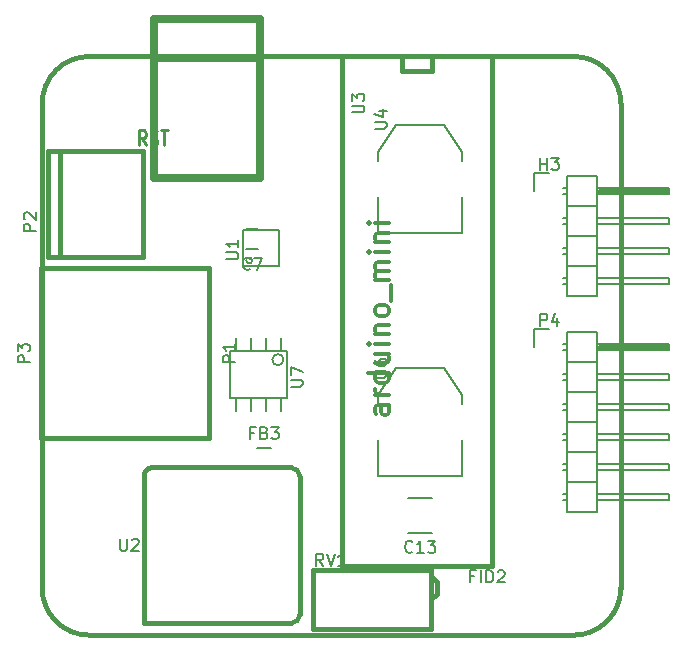
<source format=gto>
G04 #@! TF.FileFunction,Legend,Top*
%FSLAX46Y46*%
G04 Gerber Fmt 4.6, Leading zero omitted, Abs format (unit mm)*
G04 Created by KiCad (PCBNEW 4.0.1-stable) date 2/26/2016 9:50:35 PM*
%MOMM*%
G01*
G04 APERTURE LIST*
%ADD10C,0.150000*%
%ADD11C,0.381000*%
%ADD12C,0.254000*%
%ADD13C,0.203200*%
%ADD14C,0.127000*%
%ADD15C,0.650000*%
%ADD16C,0.304800*%
G04 APERTURE END LIST*
D10*
D11*
X0Y-45000000D02*
X0Y-4000000D01*
X45000000Y-49000000D02*
X4000000Y-49000000D01*
X49000000Y-4000000D02*
X49000000Y-45000000D01*
X4000000Y0D02*
X45000000Y0D01*
X0Y-45000000D02*
G75*
G03X4000000Y-49000000I4000000J0D01*
G01*
X45000000Y-49000000D02*
G75*
G03X49000000Y-45000000I0J4000000D01*
G01*
X49000000Y-4000000D02*
G75*
G03X45000000Y0I-4000000J0D01*
G01*
X4000000Y0D02*
G75*
G03X0Y-4000000I0J-4000000D01*
G01*
D12*
X8790819Y-7534124D02*
X8452153Y-6929362D01*
X8210248Y-7534124D02*
X8210248Y-6264124D01*
X8597295Y-6264124D01*
X8694057Y-6324600D01*
X8742438Y-6385076D01*
X8790819Y-6506029D01*
X8790819Y-6687457D01*
X8742438Y-6808410D01*
X8694057Y-6868886D01*
X8597295Y-6929362D01*
X8210248Y-6929362D01*
X9177867Y-7473648D02*
X9323010Y-7534124D01*
X9564914Y-7534124D01*
X9661676Y-7473648D01*
X9710057Y-7413171D01*
X9758438Y-7292219D01*
X9758438Y-7171267D01*
X9710057Y-7050314D01*
X9661676Y-6989838D01*
X9564914Y-6929362D01*
X9371391Y-6868886D01*
X9274629Y-6808410D01*
X9226248Y-6747933D01*
X9177867Y-6626981D01*
X9177867Y-6506029D01*
X9226248Y-6385076D01*
X9274629Y-6324600D01*
X9371391Y-6264124D01*
X9613295Y-6264124D01*
X9758438Y-6324600D01*
X10048724Y-6264124D02*
X10629295Y-6264124D01*
X10339010Y-7534124D02*
X10339010Y-6264124D01*
D11*
X38100000Y0D02*
X38100000Y-43180000D01*
X38100000Y-43180000D02*
X25400000Y-43180000D01*
X25400000Y-43180000D02*
X25400000Y0D01*
X25400000Y0D02*
X38100000Y0D01*
X30480000Y0D02*
X30480000Y-1270000D01*
X30480000Y-1270000D02*
X33020000Y-1270000D01*
X33020000Y-1270000D02*
X33020000Y0D01*
D13*
X28448000Y-32512000D02*
X28448000Y-35560000D01*
X28448000Y-35560000D02*
X35560000Y-35560000D01*
X35560000Y-35560000D02*
X35560000Y-32512000D01*
X28448000Y-29464000D02*
X28448000Y-28702000D01*
X28448000Y-28702000D02*
X29972000Y-26416000D01*
X29972000Y-26416000D02*
X34036000Y-26416000D01*
X34036000Y-26416000D02*
X35560000Y-28702000D01*
X35560000Y-28702000D02*
X35560000Y-29464000D01*
X28448000Y-11938000D02*
X28448000Y-14986000D01*
X28448000Y-14986000D02*
X35560000Y-14986000D01*
X35560000Y-14986000D02*
X35560000Y-11938000D01*
X28448000Y-8890000D02*
X28448000Y-8128000D01*
X28448000Y-8128000D02*
X29972000Y-5842000D01*
X29972000Y-5842000D02*
X34036000Y-5842000D01*
X34036000Y-5842000D02*
X35560000Y-8128000D01*
X35560000Y-8128000D02*
X35560000Y-8890000D01*
X17780000Y-17272000D02*
G75*
G03X17780000Y-17272000I-254000J0D01*
G01*
X20066000Y-17780000D02*
X17018000Y-17780000D01*
X17018000Y-17780000D02*
X17018000Y-14732000D01*
X17018000Y-14732000D02*
X20066000Y-14732000D01*
X20066000Y-14732000D02*
X20066000Y-17780000D01*
D11*
X21040000Y-48002000D02*
X8640000Y-48002000D01*
X8640000Y-48002000D02*
X8640000Y-35402000D01*
X21840000Y-35602000D02*
X21840000Y-47202000D01*
X9640000Y-34802000D02*
X21040000Y-34802000D01*
X21040000Y-48002000D02*
G75*
G03X21840000Y-47202000I0J800000D01*
G01*
X21840000Y-35602000D02*
G75*
G03X21040000Y-34802000I-800000J0D01*
G01*
X9640000Y-34802000D02*
G75*
G03X8640000Y-35402000I-200000J-800000D01*
G01*
X32940000Y-43974000D02*
X33440000Y-44474000D01*
X33440000Y-44474000D02*
X33440000Y-45474000D01*
X33440000Y-45474000D02*
X32940000Y-45974000D01*
X32940000Y-48474000D02*
X22940000Y-48474000D01*
X22940000Y-48474000D02*
X22940000Y-43974000D01*
X22940000Y-43974000D02*
X22940000Y-43474000D01*
X22940000Y-43474000D02*
X32940000Y-43474000D01*
X32940000Y-43474000D02*
X32940000Y-48474000D01*
D14*
X20701000Y-28905200D02*
X20701000Y-24942800D01*
X20701000Y-24942800D02*
X15875000Y-24942800D01*
X15875000Y-24942800D02*
X15875000Y-28905200D01*
X15875000Y-28905200D02*
X20701000Y-28905200D01*
X20193000Y-28905200D02*
X20193000Y-29997400D01*
X18923000Y-28905200D02*
X18923000Y-29997400D01*
X17653000Y-28905200D02*
X17653000Y-29997400D01*
X16383000Y-29997400D02*
X16383000Y-28905200D01*
X16383000Y-24942800D02*
X16383000Y-23850600D01*
X17653000Y-23850600D02*
X17653000Y-24942800D01*
X18923000Y-23850600D02*
X18923000Y-24942800D01*
X20193000Y-23850600D02*
X20193000Y-24942800D01*
X20436867Y-25679400D02*
G75*
G03X20436867Y-25679400I-472467J0D01*
G01*
D10*
X17280000Y-16344000D02*
X18280000Y-16344000D01*
X18280000Y-14644000D02*
X17280000Y-14644000D01*
X31004000Y-40337000D02*
X33004000Y-40337000D01*
X33004000Y-37387000D02*
X31004000Y-37387000D01*
X19396000Y-34911000D02*
X18196000Y-34911000D01*
X18196000Y-33161000D02*
X19396000Y-33161000D01*
X41626000Y-9880000D02*
X41626000Y-11430000D01*
X42926000Y-9880000D02*
X41626000Y-9880000D01*
X47117000Y-11303000D02*
X52959000Y-11303000D01*
X52959000Y-11303000D02*
X52959000Y-11557000D01*
X52959000Y-11557000D02*
X47117000Y-11557000D01*
X47117000Y-11557000D02*
X47117000Y-11430000D01*
X47117000Y-11430000D02*
X52959000Y-11430000D01*
X44450000Y-11176000D02*
X44069000Y-11176000D01*
X44450000Y-11684000D02*
X44069000Y-11684000D01*
X44450000Y-13716000D02*
X44069000Y-13716000D01*
X44450000Y-14224000D02*
X44069000Y-14224000D01*
X44450000Y-16256000D02*
X44069000Y-16256000D01*
X44450000Y-16764000D02*
X44069000Y-16764000D01*
X44450000Y-19304000D02*
X44069000Y-19304000D01*
X44450000Y-18796000D02*
X44069000Y-18796000D01*
X44450000Y-10160000D02*
X46990000Y-10160000D01*
X44450000Y-12700000D02*
X46990000Y-12700000D01*
X44450000Y-12700000D02*
X44450000Y-15240000D01*
X44450000Y-15240000D02*
X46990000Y-15240000D01*
X46990000Y-13716000D02*
X53086000Y-13716000D01*
X53086000Y-13716000D02*
X53086000Y-14224000D01*
X53086000Y-14224000D02*
X46990000Y-14224000D01*
X46990000Y-15240000D02*
X46990000Y-12700000D01*
X46990000Y-12700000D02*
X46990000Y-10160000D01*
X53086000Y-11684000D02*
X46990000Y-11684000D01*
X53086000Y-11176000D02*
X53086000Y-11684000D01*
X46990000Y-11176000D02*
X53086000Y-11176000D01*
X44450000Y-12700000D02*
X46990000Y-12700000D01*
X44450000Y-10160000D02*
X44450000Y-12700000D01*
X44450000Y-17780000D02*
X46990000Y-17780000D01*
X44450000Y-17780000D02*
X44450000Y-20320000D01*
X44450000Y-20320000D02*
X46990000Y-20320000D01*
X46990000Y-18796000D02*
X53086000Y-18796000D01*
X53086000Y-18796000D02*
X53086000Y-19304000D01*
X53086000Y-19304000D02*
X46990000Y-19304000D01*
X46990000Y-20320000D02*
X46990000Y-17780000D01*
X46990000Y-17780000D02*
X46990000Y-15240000D01*
X53086000Y-16764000D02*
X46990000Y-16764000D01*
X53086000Y-16256000D02*
X53086000Y-16764000D01*
X46990000Y-16256000D02*
X53086000Y-16256000D01*
X44450000Y-17780000D02*
X46990000Y-17780000D01*
X44450000Y-15240000D02*
X44450000Y-17780000D01*
X44450000Y-15240000D02*
X46990000Y-15240000D01*
D15*
X9470000Y-118000D02*
X18470000Y-118000D01*
X18470000Y3182000D02*
X9470000Y3182000D01*
X18470000Y3182000D02*
X18470000Y-10318000D01*
X18470000Y-10318000D02*
X9470000Y-10318000D01*
X9470000Y3182000D02*
X9470000Y-10318000D01*
D10*
X41626000Y-23088000D02*
X41626000Y-24638000D01*
X42926000Y-23088000D02*
X41626000Y-23088000D01*
X47117000Y-24511000D02*
X52959000Y-24511000D01*
X52959000Y-24511000D02*
X52959000Y-24765000D01*
X52959000Y-24765000D02*
X47117000Y-24765000D01*
X47117000Y-24765000D02*
X47117000Y-24638000D01*
X47117000Y-24638000D02*
X52959000Y-24638000D01*
X44450000Y-24384000D02*
X44069000Y-24384000D01*
X44450000Y-24892000D02*
X44069000Y-24892000D01*
X44450000Y-26924000D02*
X44069000Y-26924000D01*
X44450000Y-27432000D02*
X44069000Y-27432000D01*
X44450000Y-29464000D02*
X44069000Y-29464000D01*
X44450000Y-29972000D02*
X44069000Y-29972000D01*
X44450000Y-37592000D02*
X44069000Y-37592000D01*
X44450000Y-37084000D02*
X44069000Y-37084000D01*
X44450000Y-35052000D02*
X44069000Y-35052000D01*
X44450000Y-34544000D02*
X44069000Y-34544000D01*
X44450000Y-32512000D02*
X44069000Y-32512000D01*
X44450000Y-32004000D02*
X44069000Y-32004000D01*
X44450000Y-23368000D02*
X46990000Y-23368000D01*
X44450000Y-25908000D02*
X46990000Y-25908000D01*
X44450000Y-25908000D02*
X44450000Y-28448000D01*
X44450000Y-28448000D02*
X46990000Y-28448000D01*
X46990000Y-26924000D02*
X53086000Y-26924000D01*
X53086000Y-26924000D02*
X53086000Y-27432000D01*
X53086000Y-27432000D02*
X46990000Y-27432000D01*
X46990000Y-28448000D02*
X46990000Y-25908000D01*
X46990000Y-25908000D02*
X46990000Y-23368000D01*
X53086000Y-24892000D02*
X46990000Y-24892000D01*
X53086000Y-24384000D02*
X53086000Y-24892000D01*
X46990000Y-24384000D02*
X53086000Y-24384000D01*
X44450000Y-25908000D02*
X46990000Y-25908000D01*
X44450000Y-23368000D02*
X44450000Y-25908000D01*
X44450000Y-33528000D02*
X46990000Y-33528000D01*
X44450000Y-33528000D02*
X44450000Y-36068000D01*
X44450000Y-36068000D02*
X46990000Y-36068000D01*
X46990000Y-34544000D02*
X53086000Y-34544000D01*
X53086000Y-34544000D02*
X53086000Y-35052000D01*
X53086000Y-35052000D02*
X46990000Y-35052000D01*
X46990000Y-36068000D02*
X46990000Y-33528000D01*
X46990000Y-38608000D02*
X46990000Y-36068000D01*
X53086000Y-37592000D02*
X46990000Y-37592000D01*
X53086000Y-37084000D02*
X53086000Y-37592000D01*
X46990000Y-37084000D02*
X53086000Y-37084000D01*
X44450000Y-38608000D02*
X46990000Y-38608000D01*
X44450000Y-36068000D02*
X44450000Y-38608000D01*
X44450000Y-36068000D02*
X46990000Y-36068000D01*
X44450000Y-30988000D02*
X46990000Y-30988000D01*
X44450000Y-30988000D02*
X44450000Y-33528000D01*
X44450000Y-33528000D02*
X46990000Y-33528000D01*
X46990000Y-32004000D02*
X53086000Y-32004000D01*
X53086000Y-32004000D02*
X53086000Y-32512000D01*
X53086000Y-32512000D02*
X46990000Y-32512000D01*
X46990000Y-33528000D02*
X46990000Y-30988000D01*
X46990000Y-30988000D02*
X46990000Y-28448000D01*
X53086000Y-29972000D02*
X46990000Y-29972000D01*
X53086000Y-29464000D02*
X53086000Y-29972000D01*
X46990000Y-29464000D02*
X53086000Y-29464000D01*
X44450000Y-30988000D02*
X46990000Y-30988000D01*
X44450000Y-28448000D02*
X44450000Y-30988000D01*
X44450000Y-28448000D02*
X46990000Y-28448000D01*
D11*
X14071600Y-32334200D02*
X-129540Y-32334200D01*
X-124460Y-32339280D02*
X-124460Y-17940020D01*
X-129540Y-17934940D02*
X14071600Y-17934940D01*
X14089380Y-32334200D02*
X14089380Y-17934940D01*
X500000Y-17000000D02*
X8500000Y-17000000D01*
X500000Y-8000000D02*
X8500000Y-8000000D01*
X8500000Y-17000000D02*
X8500000Y-8000000D01*
X1500000Y-17000000D02*
X1500000Y-8000000D01*
X500000Y-17000000D02*
X500000Y-8000000D01*
D13*
X26266019Y-4736495D02*
X27088495Y-4736495D01*
X27185257Y-4688114D01*
X27233638Y-4639733D01*
X27282019Y-4542971D01*
X27282019Y-4349448D01*
X27233638Y-4252686D01*
X27185257Y-4204305D01*
X27088495Y-4155924D01*
X26266019Y-4155924D01*
X26266019Y-3768876D02*
X26266019Y-3139924D01*
X26653067Y-3478590D01*
X26653067Y-3333448D01*
X26701448Y-3236686D01*
X26749829Y-3188305D01*
X26846590Y-3139924D01*
X27088495Y-3139924D01*
X27185257Y-3188305D01*
X27233638Y-3236686D01*
X27282019Y-3333448D01*
X27282019Y-3623733D01*
X27233638Y-3720495D01*
X27185257Y-3768876D01*
D16*
X29379333Y-29548669D02*
X28448000Y-29548669D01*
X28278667Y-29633335D01*
X28194000Y-29802669D01*
X28194000Y-30141335D01*
X28278667Y-30310669D01*
X29294667Y-29548669D02*
X29379333Y-29718002D01*
X29379333Y-30141335D01*
X29294667Y-30310669D01*
X29125333Y-30395335D01*
X28956000Y-30395335D01*
X28786667Y-30310669D01*
X28702000Y-30141335D01*
X28702000Y-29718002D01*
X28617333Y-29548669D01*
X29379333Y-28702002D02*
X28194000Y-28702002D01*
X28532667Y-28702002D02*
X28363333Y-28617335D01*
X28278667Y-28532668D01*
X28194000Y-28363335D01*
X28194000Y-28194002D01*
X29379333Y-26839335D02*
X27601333Y-26839335D01*
X29294667Y-26839335D02*
X29379333Y-27008668D01*
X29379333Y-27347335D01*
X29294667Y-27516668D01*
X29210000Y-27601335D01*
X29040667Y-27686001D01*
X28532667Y-27686001D01*
X28363333Y-27601335D01*
X28278667Y-27516668D01*
X28194000Y-27347335D01*
X28194000Y-27008668D01*
X28278667Y-26839335D01*
X28194000Y-25230668D02*
X29379333Y-25230668D01*
X28194000Y-25992668D02*
X29125333Y-25992668D01*
X29294667Y-25908001D01*
X29379333Y-25738668D01*
X29379333Y-25484668D01*
X29294667Y-25315334D01*
X29210000Y-25230668D01*
X29379333Y-24384001D02*
X28194000Y-24384001D01*
X27601333Y-24384001D02*
X27686000Y-24468667D01*
X27770667Y-24384001D01*
X27686000Y-24299334D01*
X27601333Y-24384001D01*
X27770667Y-24384001D01*
X28194000Y-23537334D02*
X29379333Y-23537334D01*
X28363333Y-23537334D02*
X28278667Y-23452667D01*
X28194000Y-23283334D01*
X28194000Y-23029334D01*
X28278667Y-22860000D01*
X28448000Y-22775334D01*
X29379333Y-22775334D01*
X29379333Y-21674667D02*
X29294667Y-21844000D01*
X29210000Y-21928667D01*
X29040667Y-22013333D01*
X28532667Y-22013333D01*
X28363333Y-21928667D01*
X28278667Y-21844000D01*
X28194000Y-21674667D01*
X28194000Y-21420667D01*
X28278667Y-21251333D01*
X28363333Y-21166667D01*
X28532667Y-21082000D01*
X29040667Y-21082000D01*
X29210000Y-21166667D01*
X29294667Y-21251333D01*
X29379333Y-21420667D01*
X29379333Y-21674667D01*
X29548667Y-20743333D02*
X29548667Y-19388666D01*
X29379333Y-18965333D02*
X28194000Y-18965333D01*
X28363333Y-18965333D02*
X28278667Y-18880666D01*
X28194000Y-18711333D01*
X28194000Y-18457333D01*
X28278667Y-18287999D01*
X28448000Y-18203333D01*
X29379333Y-18203333D01*
X28448000Y-18203333D02*
X28278667Y-18118666D01*
X28194000Y-17949333D01*
X28194000Y-17695333D01*
X28278667Y-17525999D01*
X28448000Y-17441333D01*
X29379333Y-17441333D01*
X29379333Y-16594666D02*
X28194000Y-16594666D01*
X27601333Y-16594666D02*
X27686000Y-16679332D01*
X27770667Y-16594666D01*
X27686000Y-16509999D01*
X27601333Y-16594666D01*
X27770667Y-16594666D01*
X28194000Y-15747999D02*
X29379333Y-15747999D01*
X28363333Y-15747999D02*
X28278667Y-15663332D01*
X28194000Y-15493999D01*
X28194000Y-15239999D01*
X28278667Y-15070665D01*
X28448000Y-14985999D01*
X29379333Y-14985999D01*
X29379333Y-14139332D02*
X28194000Y-14139332D01*
X27601333Y-14139332D02*
X27686000Y-14223998D01*
X27770667Y-14139332D01*
X27686000Y-14054665D01*
X27601333Y-14139332D01*
X27770667Y-14139332D01*
D13*
X28145619Y-27190095D02*
X28968095Y-27190095D01*
X29064857Y-27141714D01*
X29113238Y-27093333D01*
X29161619Y-26996571D01*
X29161619Y-26803048D01*
X29113238Y-26706286D01*
X29064857Y-26657905D01*
X28968095Y-26609524D01*
X28145619Y-26609524D01*
X28145619Y-25690286D02*
X28145619Y-25883809D01*
X28194000Y-25980571D01*
X28242381Y-26028952D01*
X28387524Y-26125714D01*
X28581048Y-26174095D01*
X28968095Y-26174095D01*
X29064857Y-26125714D01*
X29113238Y-26077333D01*
X29161619Y-25980571D01*
X29161619Y-25787048D01*
X29113238Y-25690286D01*
X29064857Y-25641905D01*
X28968095Y-25593524D01*
X28726190Y-25593524D01*
X28629429Y-25641905D01*
X28581048Y-25690286D01*
X28532667Y-25787048D01*
X28532667Y-25980571D01*
X28581048Y-26077333D01*
X28629429Y-26125714D01*
X28726190Y-26174095D01*
X28145619Y-6108095D02*
X28968095Y-6108095D01*
X29064857Y-6059714D01*
X29113238Y-6011333D01*
X29161619Y-5914571D01*
X29161619Y-5721048D01*
X29113238Y-5624286D01*
X29064857Y-5575905D01*
X28968095Y-5527524D01*
X28145619Y-5527524D01*
X28484286Y-4608286D02*
X29161619Y-4608286D01*
X28097238Y-4850190D02*
X28822952Y-5092095D01*
X28822952Y-4463143D01*
X15587619Y-17158095D02*
X16410095Y-17158095D01*
X16506857Y-17109714D01*
X16555238Y-17061333D01*
X16603619Y-16964571D01*
X16603619Y-16771048D01*
X16555238Y-16674286D01*
X16506857Y-16625905D01*
X16410095Y-16577524D01*
X15587619Y-16577524D01*
X16603619Y-15561524D02*
X16603619Y-16142095D01*
X16603619Y-15851809D02*
X15587619Y-15851809D01*
X15732762Y-15948571D01*
X15829524Y-16045333D01*
X15877905Y-16142095D01*
X6591905Y-40845619D02*
X6591905Y-41668095D01*
X6640286Y-41764857D01*
X6688667Y-41813238D01*
X6785429Y-41861619D01*
X6978952Y-41861619D01*
X7075714Y-41813238D01*
X7124095Y-41764857D01*
X7172476Y-41668095D01*
X7172476Y-40845619D01*
X7607905Y-40942381D02*
X7656286Y-40894000D01*
X7753048Y-40845619D01*
X7994952Y-40845619D01*
X8091714Y-40894000D01*
X8140095Y-40942381D01*
X8188476Y-41039143D01*
X8188476Y-41135905D01*
X8140095Y-41281048D01*
X7559524Y-41861619D01*
X8188476Y-41861619D01*
X23804638Y-43106219D02*
X23465972Y-42622410D01*
X23224067Y-43106219D02*
X23224067Y-42090219D01*
X23611114Y-42090219D01*
X23707876Y-42138600D01*
X23756257Y-42186981D01*
X23804638Y-42283743D01*
X23804638Y-42428886D01*
X23756257Y-42525648D01*
X23707876Y-42574029D01*
X23611114Y-42622410D01*
X23224067Y-42622410D01*
X24094924Y-42090219D02*
X24433591Y-43106219D01*
X24772257Y-42090219D01*
X25643114Y-43106219D02*
X25062543Y-43106219D01*
X25352829Y-43106219D02*
X25352829Y-42090219D01*
X25256067Y-42235362D01*
X25159305Y-42332124D01*
X25062543Y-42380505D01*
X21033619Y-27952095D02*
X21856095Y-27952095D01*
X21952857Y-27903714D01*
X22001238Y-27855333D01*
X22049619Y-27758571D01*
X22049619Y-27565048D01*
X22001238Y-27468286D01*
X21952857Y-27419905D01*
X21856095Y-27371524D01*
X21033619Y-27371524D01*
X21033619Y-26984476D02*
X21033619Y-26307143D01*
X22049619Y-26742571D01*
X36605028Y-43996429D02*
X36266362Y-43996429D01*
X36266362Y-44528619D02*
X36266362Y-43512619D01*
X36750171Y-43512619D01*
X37137219Y-44528619D02*
X37137219Y-43512619D01*
X37621029Y-44528619D02*
X37621029Y-43512619D01*
X37862934Y-43512619D01*
X38008076Y-43561000D01*
X38104838Y-43657762D01*
X38153219Y-43754524D01*
X38201600Y-43948048D01*
X38201600Y-44093190D01*
X38153219Y-44286714D01*
X38104838Y-44383476D01*
X38008076Y-44480238D01*
X37862934Y-44528619D01*
X37621029Y-44528619D01*
X38588648Y-43609381D02*
X38637029Y-43561000D01*
X38733791Y-43512619D01*
X38975695Y-43512619D01*
X39072457Y-43561000D01*
X39120838Y-43609381D01*
X39169219Y-43706143D01*
X39169219Y-43802905D01*
X39120838Y-43948048D01*
X38540267Y-44528619D01*
X39169219Y-44528619D01*
X17610667Y-17956857D02*
X17562286Y-18005238D01*
X17417143Y-18053619D01*
X17320381Y-18053619D01*
X17175239Y-18005238D01*
X17078477Y-17908476D01*
X17030096Y-17811714D01*
X16981715Y-17618190D01*
X16981715Y-17473048D01*
X17030096Y-17279524D01*
X17078477Y-17182762D01*
X17175239Y-17086000D01*
X17320381Y-17037619D01*
X17417143Y-17037619D01*
X17562286Y-17086000D01*
X17610667Y-17134381D01*
X17949334Y-17037619D02*
X18626667Y-17037619D01*
X18191239Y-18053619D01*
X31350857Y-41924857D02*
X31302476Y-41973238D01*
X31157333Y-42021619D01*
X31060571Y-42021619D01*
X30915429Y-41973238D01*
X30818667Y-41876476D01*
X30770286Y-41779714D01*
X30721905Y-41586190D01*
X30721905Y-41441048D01*
X30770286Y-41247524D01*
X30818667Y-41150762D01*
X30915429Y-41054000D01*
X31060571Y-41005619D01*
X31157333Y-41005619D01*
X31302476Y-41054000D01*
X31350857Y-41102381D01*
X32318476Y-42021619D02*
X31737905Y-42021619D01*
X32028191Y-42021619D02*
X32028191Y-41005619D01*
X31931429Y-41150762D01*
X31834667Y-41247524D01*
X31737905Y-41295905D01*
X32657143Y-41005619D02*
X33286095Y-41005619D01*
X32947429Y-41392667D01*
X33092571Y-41392667D01*
X33189333Y-41441048D01*
X33237714Y-41489429D01*
X33286095Y-41586190D01*
X33286095Y-41828095D01*
X33237714Y-41924857D01*
X33189333Y-41973238D01*
X33092571Y-42021619D01*
X32802286Y-42021619D01*
X32705524Y-41973238D01*
X32657143Y-41924857D01*
X17949333Y-31863429D02*
X17610667Y-31863429D01*
X17610667Y-32395619D02*
X17610667Y-31379619D01*
X18094476Y-31379619D01*
X18820190Y-31863429D02*
X18965333Y-31911810D01*
X19013714Y-31960190D01*
X19062095Y-32056952D01*
X19062095Y-32202095D01*
X19013714Y-32298857D01*
X18965333Y-32347238D01*
X18868571Y-32395619D01*
X18481524Y-32395619D01*
X18481524Y-31379619D01*
X18820190Y-31379619D01*
X18916952Y-31428000D01*
X18965333Y-31476381D01*
X19013714Y-31573143D01*
X19013714Y-31669905D01*
X18965333Y-31766667D01*
X18916952Y-31815048D01*
X18820190Y-31863429D01*
X18481524Y-31863429D01*
X19400762Y-31379619D02*
X20029714Y-31379619D01*
X19691048Y-31766667D01*
X19836190Y-31766667D01*
X19932952Y-31815048D01*
X19981333Y-31863429D01*
X20029714Y-31960190D01*
X20029714Y-32202095D01*
X19981333Y-32298857D01*
X19932952Y-32347238D01*
X19836190Y-32395619D01*
X19545905Y-32395619D01*
X19449143Y-32347238D01*
X19400762Y-32298857D01*
X42151905Y-9603619D02*
X42151905Y-8587619D01*
X42151905Y-9071429D02*
X42732476Y-9071429D01*
X42732476Y-9603619D02*
X42732476Y-8587619D01*
X43119524Y-8587619D02*
X43748476Y-8587619D01*
X43409810Y-8974667D01*
X43554952Y-8974667D01*
X43651714Y-9023048D01*
X43700095Y-9071429D01*
X43748476Y-9168190D01*
X43748476Y-9410095D01*
X43700095Y-9506857D01*
X43651714Y-9555238D01*
X43554952Y-9603619D01*
X43264667Y-9603619D01*
X43167905Y-9555238D01*
X43119524Y-9506857D01*
X42176096Y-22811619D02*
X42176096Y-21795619D01*
X42563143Y-21795619D01*
X42659905Y-21844000D01*
X42708286Y-21892381D01*
X42756667Y-21989143D01*
X42756667Y-22134286D01*
X42708286Y-22231048D01*
X42659905Y-22279429D01*
X42563143Y-22327810D01*
X42176096Y-22327810D01*
X43627524Y-22134286D02*
X43627524Y-22811619D01*
X43385620Y-21747238D02*
X43143715Y-22472952D01*
X43772667Y-22472952D01*
X16296519Y-25870504D02*
X15280519Y-25870504D01*
X15280519Y-25483457D01*
X15328900Y-25386695D01*
X15377281Y-25338314D01*
X15474043Y-25289933D01*
X15619186Y-25289933D01*
X15715948Y-25338314D01*
X15764329Y-25386695D01*
X15812710Y-25483457D01*
X15812710Y-25870504D01*
X16296519Y-24322314D02*
X16296519Y-24902885D01*
X16296519Y-24612599D02*
X15280519Y-24612599D01*
X15425662Y-24709361D01*
X15522424Y-24806123D01*
X15570805Y-24902885D01*
X-540381Y-14749904D02*
X-1556381Y-14749904D01*
X-1556381Y-14362857D01*
X-1508000Y-14266095D01*
X-1459619Y-14217714D01*
X-1362857Y-14169333D01*
X-1217714Y-14169333D01*
X-1120952Y-14217714D01*
X-1072571Y-14266095D01*
X-1024190Y-14362857D01*
X-1024190Y-14749904D01*
X-1459619Y-13782285D02*
X-1508000Y-13733904D01*
X-1556381Y-13637142D01*
X-1556381Y-13395238D01*
X-1508000Y-13298476D01*
X-1459619Y-13250095D01*
X-1362857Y-13201714D01*
X-1266095Y-13201714D01*
X-1120952Y-13250095D01*
X-540381Y-13830666D01*
X-540381Y-13201714D01*
X-1064381Y-25895904D02*
X-2080381Y-25895904D01*
X-2080381Y-25508857D01*
X-2032000Y-25412095D01*
X-1983619Y-25363714D01*
X-1886857Y-25315333D01*
X-1741714Y-25315333D01*
X-1644952Y-25363714D01*
X-1596571Y-25412095D01*
X-1548190Y-25508857D01*
X-1548190Y-25895904D01*
X-2080381Y-24976666D02*
X-2080381Y-24347714D01*
X-1693333Y-24686380D01*
X-1693333Y-24541238D01*
X-1644952Y-24444476D01*
X-1596571Y-24396095D01*
X-1499810Y-24347714D01*
X-1257905Y-24347714D01*
X-1161143Y-24396095D01*
X-1112762Y-24444476D01*
X-1064381Y-24541238D01*
X-1064381Y-24831523D01*
X-1112762Y-24928285D01*
X-1161143Y-24976666D01*
M02*

</source>
